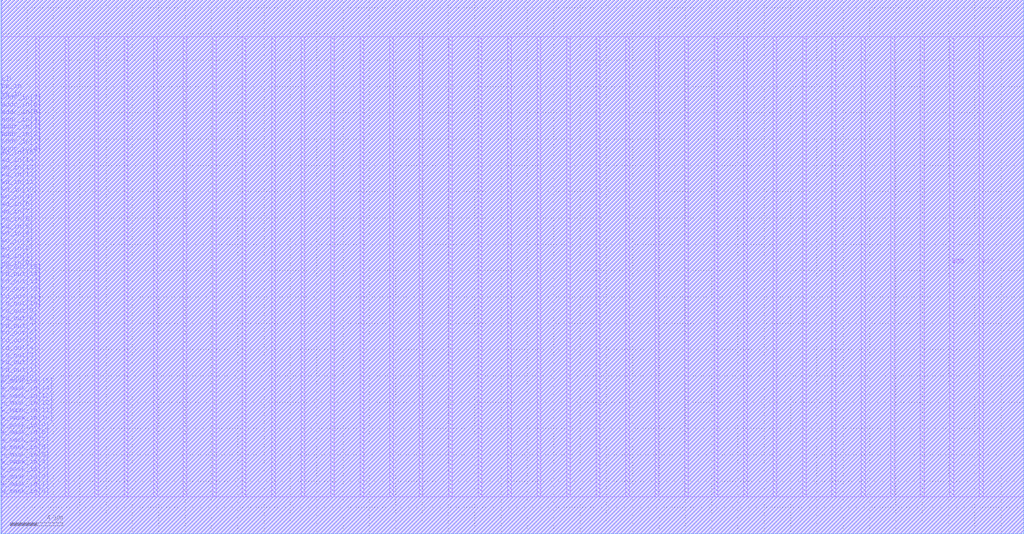
<source format=lef>
VERSION 5.7 ;
BUSBITCHARS "[]" ;
MACRO fakeram45_256x16_upper
  FOREIGN fakeram45_256x16_upper 0 0 ;
  SYMMETRY X Y R90 ;
  SIZE 77.710 BY 40.600 ;
  CLASS BLOCK ;
  PIN w_mask_in[0]
    DIRECTION INPUT ;
    USE SIGNAL ;
    SHAPE ABUTMENT ;
    PORT
      LAYER metal18 ;
      RECT 0.000 2.800 0.070 2.870 ;
    END
  END w_mask_in[0]
  PIN w_mask_in[1]
    DIRECTION INPUT ;
    USE SIGNAL ;
    SHAPE ABUTMENT ;
    PORT
      LAYER metal18 ;
      RECT 0.000 3.360 0.070 3.430 ;
    END
  END w_mask_in[1]
  PIN w_mask_in[2]
    DIRECTION INPUT ;
    USE SIGNAL ;
    SHAPE ABUTMENT ;
    PORT
      LAYER metal18 ;
      RECT 0.000 3.920 0.070 3.990 ;
    END
  END w_mask_in[2]
  PIN w_mask_in[3]
    DIRECTION INPUT ;
    USE SIGNAL ;
    SHAPE ABUTMENT ;
    PORT
      LAYER metal18 ;
      RECT 0.000 4.480 0.070 4.550 ;
    END
  END w_mask_in[3]
  PIN w_mask_in[4]
    DIRECTION INPUT ;
    USE SIGNAL ;
    SHAPE ABUTMENT ;
    PORT
      LAYER metal18 ;
      RECT 0.000 5.040 0.070 5.110 ;
    END
  END w_mask_in[4]
  PIN w_mask_in[5]
    DIRECTION INPUT ;
    USE SIGNAL ;
    SHAPE ABUTMENT ;
    PORT
      LAYER metal18 ;
      RECT 0.000 5.600 0.070 5.670 ;
    END
  END w_mask_in[5]
  PIN w_mask_in[6]
    DIRECTION INPUT ;
    USE SIGNAL ;
    SHAPE ABUTMENT ;
    PORT
      LAYER metal18 ;
      RECT 0.000 6.160 0.070 6.230 ;
    END
  END w_mask_in[6]
  PIN w_mask_in[7]
    DIRECTION INPUT ;
    USE SIGNAL ;
    SHAPE ABUTMENT ;
    PORT
      LAYER metal18 ;
      RECT 0.000 6.720 0.070 6.790 ;
    END
  END w_mask_in[7]
  PIN w_mask_in[8]
    DIRECTION INPUT ;
    USE SIGNAL ;
    SHAPE ABUTMENT ;
    PORT
      LAYER metal18 ;
      RECT 0.000 7.280 0.070 7.350 ;
    END
  END w_mask_in[8]
  PIN w_mask_in[9]
    DIRECTION INPUT ;
    USE SIGNAL ;
    SHAPE ABUTMENT ;
    PORT
      LAYER metal18 ;
      RECT 0.000 7.840 0.070 7.910 ;
    END
  END w_mask_in[9]
  PIN w_mask_in[10]
    DIRECTION INPUT ;
    USE SIGNAL ;
    SHAPE ABUTMENT ;
    PORT
      LAYER metal18 ;
      RECT 0.000 8.400 0.070 8.470 ;
    END
  END w_mask_in[10]
  PIN w_mask_in[11]
    DIRECTION INPUT ;
    USE SIGNAL ;
    SHAPE ABUTMENT ;
    PORT
      LAYER metal18 ;
      RECT 0.000 8.960 0.070 9.030 ;
    END
  END w_mask_in[11]
  PIN w_mask_in[12]
    DIRECTION INPUT ;
    USE SIGNAL ;
    SHAPE ABUTMENT ;
    PORT
      LAYER metal18 ;
      RECT 0.000 9.520 0.070 9.590 ;
    END
  END w_mask_in[12]
  PIN w_mask_in[13]
    DIRECTION INPUT ;
    USE SIGNAL ;
    SHAPE ABUTMENT ;
    PORT
      LAYER metal18 ;
      RECT 0.000 10.080 0.070 10.150 ;
    END
  END w_mask_in[13]
  PIN w_mask_in[14]
    DIRECTION INPUT ;
    USE SIGNAL ;
    SHAPE ABUTMENT ;
    PORT
      LAYER metal18 ;
      RECT 0.000 10.640 0.070 10.710 ;
    END
  END w_mask_in[14]
  PIN w_mask_in[15]
    DIRECTION INPUT ;
    USE SIGNAL ;
    SHAPE ABUTMENT ;
    PORT
      LAYER metal18 ;
      RECT 0.000 11.200 0.070 11.270 ;
    END
  END w_mask_in[15]
  PIN rd_out[0]
    DIRECTION OUTPUT ;
    USE SIGNAL ;
    SHAPE ABUTMENT ;
    PORT
      LAYER metal18 ;
      RECT 0.000 11.480 0.070 11.550 ;
    END
  END rd_out[0]
  PIN rd_out[1]
    DIRECTION OUTPUT ;
    USE SIGNAL ;
    SHAPE ABUTMENT ;
    PORT
      LAYER metal18 ;
      RECT 0.000 12.040 0.070 12.110 ;
    END
  END rd_out[1]
  PIN rd_out[2]
    DIRECTION OUTPUT ;
    USE SIGNAL ;
    SHAPE ABUTMENT ;
    PORT
      LAYER metal18 ;
      RECT 0.000 12.600 0.070 12.670 ;
    END
  END rd_out[2]
  PIN rd_out[3]
    DIRECTION OUTPUT ;
    USE SIGNAL ;
    SHAPE ABUTMENT ;
    PORT
      LAYER metal18 ;
      RECT 0.000 13.160 0.070 13.230 ;
    END
  END rd_out[3]
  PIN rd_out[4]
    DIRECTION OUTPUT ;
    USE SIGNAL ;
    SHAPE ABUTMENT ;
    PORT
      LAYER metal18 ;
      RECT 0.000 13.720 0.070 13.790 ;
    END
  END rd_out[4]
  PIN rd_out[5]
    DIRECTION OUTPUT ;
    USE SIGNAL ;
    SHAPE ABUTMENT ;
    PORT
      LAYER metal18 ;
      RECT 0.000 14.280 0.070 14.350 ;
    END
  END rd_out[5]
  PIN rd_out[6]
    DIRECTION OUTPUT ;
    USE SIGNAL ;
    SHAPE ABUTMENT ;
    PORT
      LAYER metal18 ;
      RECT 0.000 14.840 0.070 14.910 ;
    END
  END rd_out[6]
  PIN rd_out[7]
    DIRECTION OUTPUT ;
    USE SIGNAL ;
    SHAPE ABUTMENT ;
    PORT
      LAYER metal18 ;
      RECT 0.000 15.400 0.070 15.470 ;
    END
  END rd_out[7]
  PIN rd_out[8]
    DIRECTION OUTPUT ;
    USE SIGNAL ;
    SHAPE ABUTMENT ;
    PORT
      LAYER metal18 ;
      RECT 0.000 15.960 0.070 16.030 ;
    END
  END rd_out[8]
  PIN rd_out[9]
    DIRECTION OUTPUT ;
    USE SIGNAL ;
    SHAPE ABUTMENT ;
    PORT
      LAYER metal18 ;
      RECT 0.000 16.520 0.070 16.590 ;
    END
  END rd_out[9]
  PIN rd_out[10]
    DIRECTION OUTPUT ;
    USE SIGNAL ;
    SHAPE ABUTMENT ;
    PORT
      LAYER metal18 ;
      RECT 0.000 17.080 0.070 17.150 ;
    END
  END rd_out[10]
  PIN rd_out[11]
    DIRECTION OUTPUT ;
    USE SIGNAL ;
    SHAPE ABUTMENT ;
    PORT
      LAYER metal18 ;
      RECT 0.000 17.640 0.070 17.710 ;
    END
  END rd_out[11]
  PIN rd_out[12]
    DIRECTION OUTPUT ;
    USE SIGNAL ;
    SHAPE ABUTMENT ;
    PORT
      LAYER metal18 ;
      RECT 0.000 18.200 0.070 18.270 ;
    END
  END rd_out[12]
  PIN rd_out[13]
    DIRECTION OUTPUT ;
    USE SIGNAL ;
    SHAPE ABUTMENT ;
    PORT
      LAYER metal18 ;
      RECT 0.000 18.760 0.070 18.830 ;
    END
  END rd_out[13]
  PIN rd_out[14]
    DIRECTION OUTPUT ;
    USE SIGNAL ;
    SHAPE ABUTMENT ;
    PORT
      LAYER metal18 ;
      RECT 0.000 19.320 0.070 19.390 ;
    END
  END rd_out[14]
  PIN rd_out[15]
    DIRECTION OUTPUT ;
    USE SIGNAL ;
    SHAPE ABUTMENT ;
    PORT
      LAYER metal18 ;
      RECT 0.000 19.880 0.070 19.950 ;
    END
  END rd_out[15]
  PIN wd_in[0]
    DIRECTION INPUT ;
    USE SIGNAL ;
    SHAPE ABUTMENT ;
    PORT
      LAYER metal18 ;
      RECT 0.000 20.160 0.070 20.230 ;
    END
  END wd_in[0]
  PIN wd_in[1]
    DIRECTION INPUT ;
    USE SIGNAL ;
    SHAPE ABUTMENT ;
    PORT
      LAYER metal18 ;
      RECT 0.000 20.720 0.070 20.790 ;
    END
  END wd_in[1]
  PIN wd_in[2]
    DIRECTION INPUT ;
    USE SIGNAL ;
    SHAPE ABUTMENT ;
    PORT
      LAYER metal18 ;
      RECT 0.000 21.280 0.070 21.350 ;
    END
  END wd_in[2]
  PIN wd_in[3]
    DIRECTION INPUT ;
    USE SIGNAL ;
    SHAPE ABUTMENT ;
    PORT
      LAYER metal18 ;
      RECT 0.000 21.840 0.070 21.910 ;
    END
  END wd_in[3]
  PIN wd_in[4]
    DIRECTION INPUT ;
    USE SIGNAL ;
    SHAPE ABUTMENT ;
    PORT
      LAYER metal18 ;
      RECT 0.000 22.400 0.070 22.470 ;
    END
  END wd_in[4]
  PIN wd_in[5]
    DIRECTION INPUT ;
    USE SIGNAL ;
    SHAPE ABUTMENT ;
    PORT
      LAYER metal18 ;
      RECT 0.000 22.960 0.070 23.030 ;
    END
  END wd_in[5]
  PIN wd_in[6]
    DIRECTION INPUT ;
    USE SIGNAL ;
    SHAPE ABUTMENT ;
    PORT
      LAYER metal18 ;
      RECT 0.000 23.520 0.070 23.590 ;
    END
  END wd_in[6]
  PIN wd_in[7]
    DIRECTION INPUT ;
    USE SIGNAL ;
    SHAPE ABUTMENT ;
    PORT
      LAYER metal18 ;
      RECT 0.000 24.080 0.070 24.150 ;
    END
  END wd_in[7]
  PIN wd_in[8]
    DIRECTION INPUT ;
    USE SIGNAL ;
    SHAPE ABUTMENT ;
    PORT
      LAYER metal18 ;
      RECT 0.000 24.640 0.070 24.710 ;
    END
  END wd_in[8]
  PIN wd_in[9]
    DIRECTION INPUT ;
    USE SIGNAL ;
    SHAPE ABUTMENT ;
    PORT
      LAYER metal18 ;
      RECT 0.000 25.200 0.070 25.270 ;
    END
  END wd_in[9]
  PIN wd_in[10]
    DIRECTION INPUT ;
    USE SIGNAL ;
    SHAPE ABUTMENT ;
    PORT
      LAYER metal18 ;
      RECT 0.000 25.760 0.070 25.830 ;
    END
  END wd_in[10]
  PIN wd_in[11]
    DIRECTION INPUT ;
    USE SIGNAL ;
    SHAPE ABUTMENT ;
    PORT
      LAYER metal18 ;
      RECT 0.000 26.320 0.070 26.390 ;
    END
  END wd_in[11]
  PIN wd_in[12]
    DIRECTION INPUT ;
    USE SIGNAL ;
    SHAPE ABUTMENT ;
    PORT
      LAYER metal18 ;
      RECT 0.000 26.880 0.070 26.950 ;
    END
  END wd_in[12]
  PIN wd_in[13]
    DIRECTION INPUT ;
    USE SIGNAL ;
    SHAPE ABUTMENT ;
    PORT
      LAYER metal18 ;
      RECT 0.000 27.440 0.070 27.510 ;
    END
  END wd_in[13]
  PIN wd_in[14]
    DIRECTION INPUT ;
    USE SIGNAL ;
    SHAPE ABUTMENT ;
    PORT
      LAYER metal18 ;
      RECT 0.000 28.000 0.070 28.070 ;
    END
  END wd_in[14]
  PIN wd_in[15]
    DIRECTION INPUT ;
    USE SIGNAL ;
    SHAPE ABUTMENT ;
    PORT
      LAYER metal18 ;
      RECT 0.000 28.560 0.070 28.630 ;
    END
  END wd_in[15]
  PIN addr_in[0]
    DIRECTION INPUT ;
    USE SIGNAL ;
    SHAPE ABUTMENT ;
    PORT
      LAYER metal18 ;
      RECT 0.000 28.840 0.070 28.910 ;
    END
  END addr_in[0]
  PIN addr_in[1]
    DIRECTION INPUT ;
    USE SIGNAL ;
    SHAPE ABUTMENT ;
    PORT
      LAYER metal18 ;
      RECT 0.000 29.400 0.070 29.470 ;
    END
  END addr_in[1]
  PIN addr_in[2]
    DIRECTION INPUT ;
    USE SIGNAL ;
    SHAPE ABUTMENT ;
    PORT
      LAYER metal18 ;
      RECT 0.000 29.960 0.070 30.030 ;
    END
  END addr_in[2]
  PIN addr_in[3]
    DIRECTION INPUT ;
    USE SIGNAL ;
    SHAPE ABUTMENT ;
    PORT
      LAYER metal18 ;
      RECT 0.000 30.520 0.070 30.590 ;
    END
  END addr_in[3]
  PIN addr_in[4]
    DIRECTION INPUT ;
    USE SIGNAL ;
    SHAPE ABUTMENT ;
    PORT
      LAYER metal18 ;
      RECT 0.000 31.080 0.070 31.150 ;
    END
  END addr_in[4]
  PIN addr_in[5]
    DIRECTION INPUT ;
    USE SIGNAL ;
    SHAPE ABUTMENT ;
    PORT
      LAYER metal18 ;
      RECT 0.000 31.640 0.070 31.710 ;
    END
  END addr_in[5]
  PIN addr_in[6]
    DIRECTION INPUT ;
    USE SIGNAL ;
    SHAPE ABUTMENT ;
    PORT
      LAYER metal18 ;
      RECT 0.000 32.200 0.070 32.270 ;
    END
  END addr_in[6]
  PIN addr_in[7]
    DIRECTION INPUT ;
    USE SIGNAL ;
    SHAPE ABUTMENT ;
    PORT
      LAYER metal18 ;
      RECT 0.000 32.760 0.070 32.830 ;
    END
  END addr_in[7]
  PIN we_in
    DIRECTION INPUT ;
    USE SIGNAL ;
    SHAPE ABUTMENT ;
    PORT
      LAYER metal18 ;
      RECT 0.000 33.040 0.070 33.110 ;
    END
  END we_in
  PIN ce_in
    DIRECTION INPUT ;
    USE SIGNAL ;
    SHAPE ABUTMENT ;
    PORT
      LAYER metal18 ;
      RECT 0.000 33.600 0.070 33.670 ;
    END
  END ce_in
  PIN clk
    DIRECTION INPUT ;
    USE SIGNAL ;
    SHAPE ABUTMENT ;
    PORT
      LAYER metal18 ;
      RECT 0.000 34.160 0.070 34.230 ;
    END
  END clk
  PIN VSS
    DIRECTION INOUT ;
    USE GROUND ;
    PORT
      LAYER metal17 ;
      RECT 2.660 2.800 2.940 37.800 ;
      RECT 7.140 2.800 7.420 37.800 ;
      RECT 11.620 2.800 11.900 37.800 ;
      RECT 16.100 2.800 16.380 37.800 ;
      RECT 20.580 2.800 20.860 37.800 ;
      RECT 25.060 2.800 25.340 37.800 ;
      RECT 29.540 2.800 29.820 37.800 ;
      RECT 34.020 2.800 34.300 37.800 ;
      RECT 38.500 2.800 38.780 37.800 ;
      RECT 42.980 2.800 43.260 37.800 ;
      RECT 47.460 2.800 47.740 37.800 ;
      RECT 51.940 2.800 52.220 37.800 ;
      RECT 56.420 2.800 56.700 37.800 ;
      RECT 60.900 2.800 61.180 37.800 ;
      RECT 65.380 2.800 65.660 37.800 ;
      RECT 69.860 2.800 70.140 37.800 ;
      RECT 74.340 2.800 74.620 37.800 ;
    END
  END VSS
  PIN VDD
    DIRECTION INOUT ;
    USE POWER ;
    PORT
      LAYER metal17 ;
      RECT 4.900 2.800 5.180 37.800 ;
      RECT 9.380 2.800 9.660 37.800 ;
      RECT 13.860 2.800 14.140 37.800 ;
      RECT 18.340 2.800 18.620 37.800 ;
      RECT 22.820 2.800 23.100 37.800 ;
      RECT 27.300 2.800 27.580 37.800 ;
      RECT 31.780 2.800 32.060 37.800 ;
      RECT 36.260 2.800 36.540 37.800 ;
      RECT 40.740 2.800 41.020 37.800 ;
      RECT 45.220 2.800 45.500 37.800 ;
      RECT 49.700 2.800 49.980 37.800 ;
      RECT 54.180 2.800 54.460 37.800 ;
      RECT 58.660 2.800 58.940 37.800 ;
      RECT 63.140 2.800 63.420 37.800 ;
      RECT 67.620 2.800 67.900 37.800 ;
      RECT 72.100 2.800 72.380 37.800 ;
    END
  END VDD
  OBS
    LAYER metal20 ;
    RECT 0 0 77.710 40.600 ;
    LAYER metal19 ;
    RECT 0 0 77.710 40.600 ;
    LAYER metal18 ;
    RECT 0.070 0 77.710 40.600 ;
    RECT 0 0.000 0.070 2.800 ;
    RECT 0 2.870 0.070 3.360 ;
    RECT 0 3.430 0.070 3.920 ;
    RECT 0 3.990 0.070 4.480 ;
    RECT 0 4.550 0.070 5.040 ;
    RECT 0 5.110 0.070 5.600 ;
    RECT 0 5.670 0.070 6.160 ;
    RECT 0 6.230 0.070 6.720 ;
    RECT 0 6.790 0.070 7.280 ;
    RECT 0 7.350 0.070 7.840 ;
    RECT 0 7.910 0.070 8.400 ;
    RECT 0 8.470 0.070 8.960 ;
    RECT 0 9.030 0.070 9.520 ;
    RECT 0 9.590 0.070 10.080 ;
    RECT 0 10.150 0.070 10.640 ;
    RECT 0 10.710 0.070 11.200 ;
    RECT 0 11.270 0.070 11.480 ;
    RECT 0 11.550 0.070 12.040 ;
    RECT 0 12.110 0.070 12.600 ;
    RECT 0 12.670 0.070 13.160 ;
    RECT 0 13.230 0.070 13.720 ;
    RECT 0 13.790 0.070 14.280 ;
    RECT 0 14.350 0.070 14.840 ;
    RECT 0 14.910 0.070 15.400 ;
    RECT 0 15.470 0.070 15.960 ;
    RECT 0 16.030 0.070 16.520 ;
    RECT 0 16.590 0.070 17.080 ;
    RECT 0 17.150 0.070 17.640 ;
    RECT 0 17.710 0.070 18.200 ;
    RECT 0 18.270 0.070 18.760 ;
    RECT 0 18.830 0.070 19.320 ;
    RECT 0 19.390 0.070 19.880 ;
    RECT 0 19.950 0.070 20.160 ;
    RECT 0 20.230 0.070 20.720 ;
    RECT 0 20.790 0.070 21.280 ;
    RECT 0 21.350 0.070 21.840 ;
    RECT 0 21.910 0.070 22.400 ;
    RECT 0 22.470 0.070 22.960 ;
    RECT 0 23.030 0.070 23.520 ;
    RECT 0 23.590 0.070 24.080 ;
    RECT 0 24.150 0.070 24.640 ;
    RECT 0 24.710 0.070 25.200 ;
    RECT 0 25.270 0.070 25.760 ;
    RECT 0 25.830 0.070 26.320 ;
    RECT 0 26.390 0.070 26.880 ;
    RECT 0 26.950 0.070 27.440 ;
    RECT 0 27.510 0.070 28.000 ;
    RECT 0 28.070 0.070 28.560 ;
    RECT 0 28.630 0.070 28.840 ;
    RECT 0 28.910 0.070 29.400 ;
    RECT 0 29.470 0.070 29.960 ;
    RECT 0 30.030 0.070 30.520 ;
    RECT 0 30.590 0.070 31.080 ;
    RECT 0 31.150 0.070 31.640 ;
    RECT 0 31.710 0.070 32.200 ;
    RECT 0 32.270 0.070 32.760 ;
    RECT 0 32.830 0.070 33.040 ;
    RECT 0 33.110 0.070 33.600 ;
    RECT 0 33.670 0.070 34.160 ;
    RECT 0 34.230 0.070 40.600 ;
    LAYER metal17 ;
    RECT 0 0 77.710 2.800 ;
    RECT 0 37.800 77.710 40.600 ;
    RECT 0.000 2.800 2.660 37.800 ;
    RECT 2.940 2.800 4.900 37.800 ;
    RECT 5.180 2.800 7.140 37.800 ;
    RECT 7.420 2.800 9.380 37.800 ;
    RECT 9.660 2.800 11.620 37.800 ;
    RECT 11.900 2.800 13.860 37.800 ;
    RECT 14.140 2.800 16.100 37.800 ;
    RECT 16.380 2.800 18.340 37.800 ;
    RECT 18.620 2.800 20.580 37.800 ;
    RECT 20.860 2.800 22.820 37.800 ;
    RECT 23.100 2.800 25.060 37.800 ;
    RECT 25.340 2.800 27.300 37.800 ;
    RECT 27.580 2.800 29.540 37.800 ;
    RECT 29.820 2.800 31.780 37.800 ;
    RECT 32.060 2.800 34.020 37.800 ;
    RECT 34.300 2.800 36.260 37.800 ;
    RECT 36.540 2.800 38.500 37.800 ;
    RECT 38.780 2.800 40.740 37.800 ;
    RECT 41.020 2.800 42.980 37.800 ;
    RECT 43.260 2.800 45.220 37.800 ;
    RECT 45.500 2.800 47.460 37.800 ;
    RECT 47.740 2.800 49.700 37.800 ;
    RECT 49.980 2.800 51.940 37.800 ;
    RECT 52.220 2.800 54.180 37.800 ;
    RECT 54.460 2.800 56.420 37.800 ;
    RECT 56.700 2.800 58.660 37.800 ;
    RECT 58.940 2.800 60.900 37.800 ;
    RECT 61.180 2.800 63.140 37.800 ;
    RECT 63.420 2.800 65.380 37.800 ;
    RECT 65.660 2.800 67.620 37.800 ;
    RECT 67.900 2.800 69.860 37.800 ;
    RECT 70.140 2.800 72.100 37.800 ;
    RECT 72.380 2.800 74.340 37.800 ;
    RECT 74.620 2.800 77.710 37.800 ;
  END
END fakeram45_256x16_upper

END LIBRARY

</source>
